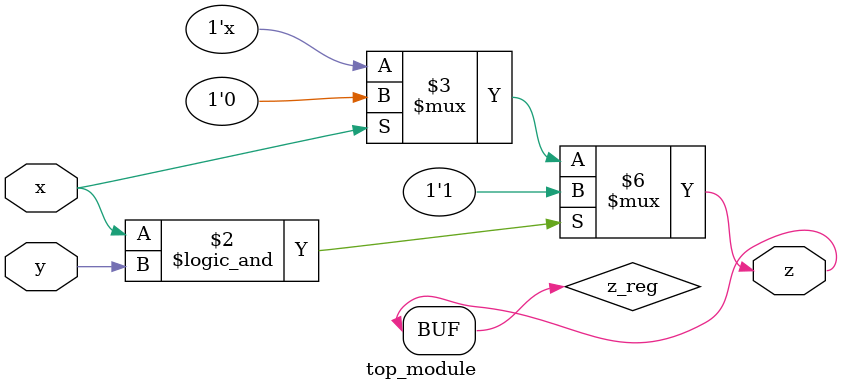
<source format=sv>
module top_module(
    input x,
    input y,
    output z
);

    reg z_reg;

    always @(x, y) begin
        if (x && y)
            z_reg <= 1;
        else if (x)
            z_reg <= 0;
    end

    assign z = z_reg;

endmodule

</source>
